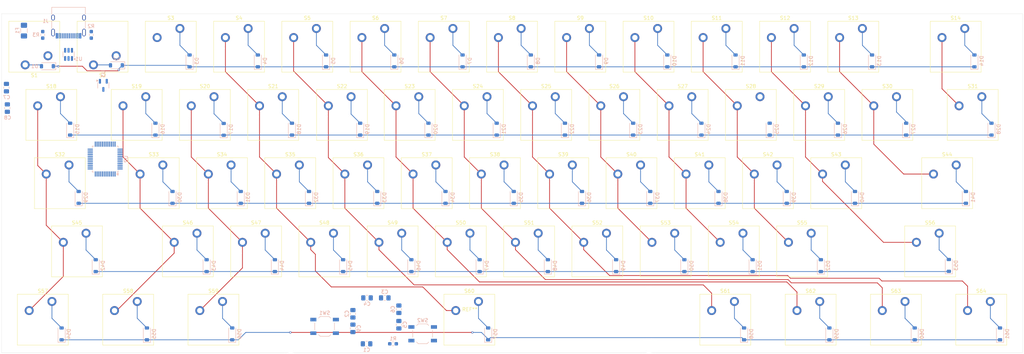
<source format=kicad_pcb>
(kicad_pcb (version 20240108) (generator "pcbnew") (generator_version "8.0")
  (layers (0 "F.Cu" signal) (31 "B.Cu" signal) (34 "B.Paste" user) (35 "F.Paste" user) (36 "B.SilkS" user "B.Silkscreen") (37 "F.SilkS" user "F.Silkscreen") (38 "B.Mask" user) (39 "F.Mask" user) (44 "Edge.Cuts" user))
  (net 0 "")
  (net 1 "+3.3V")
  (net 2 "GND")
  (net 3 "+5V")
  (net 4 "/NRST")
  (net 5 "A0")
  (net 6 "Net-(D1-A)")
  (net 7 "Net-(D2-A)")
  (net 8 "Net-(D3-A)")
  (net 9 "Net-(D4-A)")
  (net 10 "Net-(D5-A)")
  (net 11 "Net-(D6-A)")
  (net 12 "Net-(D7-A)")
  (net 13 "Net-(D8-A)")
  (net 14 "Net-(D9-A)")
  (net 15 "Net-(D10-A)")
  (net 16 "Net-(D11-A)")
  (net 17 "Net-(D12-A)")
  (net 18 "Net-(D13-A)")
  (net 19 "Net-(D14-A)")
  (net 20 "A1")
  (net 21 "Net-(D15-A)")
  (net 22 "Net-(D16-A)")
  (net 23 "Net-(D17-A)")
  (net 24 "Net-(D18-A)")
  (net 25 "Net-(D19-A)")
  (net 26 "Net-(D20-A)")
  (net 27 "Net-(D21-A)")
  (net 28 "Net-(D22-A)")
  (net 29 "Net-(D23-A)")
  (net 30 "Net-(D24-A)")
  (net 31 "Net-(D25-A)")
  (net 32 "Net-(D26-A)")
  (net 33 "Net-(D27-A)")
  (net 34 "Net-(D28-A)")
  (net 35 "A2")
  (net 36 "Net-(D29-A)")
  (net 37 "Net-(D30-A)")
  (net 38 "Net-(D31-A)")
  (net 39 "Net-(D32-A)")
  (net 40 "Net-(D33-A)")
  (net 41 "Net-(D34-A)")
  (net 42 "Net-(D35-A)")
  (net 43 "Net-(D36-A)")
  (net 44 "Net-(D37-A)")
  (net 45 "Net-(D38-A)")
  (net 46 "Net-(D39-A)")
  (net 47 "Net-(D40-A)")
  (net 48 "Net-(D41-A)")
  (net 49 "Net-(D42-A)")
  (net 50 "A3")
  (net 51 "Net-(D43-A)")
  (net 52 "Net-(D44-A)")
  (net 53 "Net-(D45-A)")
  (net 54 "Net-(D46-A)")
  (net 55 "Net-(D47-A)")
  (net 56 "Net-(D48-A)")
  (net 57 "Net-(D49-A)")
  (net 58 "Net-(D50-A)")
  (net 59 "Net-(D51-A)")
  (net 60 "Net-(D52-A)")
  (net 61 "Net-(D53-A)")
  (net 62 "A4")
  (net 63 "Net-(D54-A)")
  (net 64 "Net-(D55-A)")
  (net 65 "Net-(D56-A)")
  (net 66 "Net-(D57-A)")
  (net 67 "Net-(D58-A)")
  (net 68 "Net-(D59-A)")
  (net 69 "Net-(D60-A)")
  (net 70 "Net-(D61-A)")
  (net 71 "VBUS")
  (net 72 "Net-(J1-CC2)")
  (net 73 "D-")
  (net 74 "D+")
  (net 75 "Net-(J1-CC1)")
  (net 76 "BOOT0")
  (net 77 "B0")
  (net 78 "B1")
  (net 79 "B2")
  (net 80 "B3")
  (net 81 "B4")
  (net 82 "B5")
  (net 83 "B6")
  (net 84 "B7")
  (net 85 "B8")
  (net 86 "B9")
  (net 87 "B10")
  (net 88 "B11")
  (net 89 "B12")
  (net 90 "B13")
  (footprint "ScottoKeebs_MX:MX_PCB_2.00u" (layer "F.Cu") (at 332.89875 83.058)
    (property "Reference" "S14")
    (property "Value" "backspace")
  )
  (footprint "ScottoKeebs_MX:MX_PCB_1.00u" (layer "F.Cu") (at 280.51125 121.158)
    (property "Reference" "S42")
    (property "Value" ";")
  )
  (footprint "ScottoKeebs_MX:MX_PCB_1.00u" (layer "F.Cu") (at 175.73625 140.208)
    (property "Reference" "S49")
    (property "Value" "v")
  )
  (footprint "ScottoKeebs_MX:MX_PCB_1.00u" (layer "F.Cu") (at 166.21125 121.158)
    (property "Reference" "S36")
    (property "Value" "f")
  )
  (footprint "ScottoKeebs_MX:MX_PCB_1.00u" (layer "F.Cu") (at 228.12375 83.058)
    (property "Reference" "S9")
    (property "Value" "8")
  )
  (footprint "ScottoKeebs_MX:MX_PCB_1.00u" (layer "F.Cu") (at 299.56125 121.158)
    (property "Reference" "S43")
    (property "Value" "\"")
  )
  (footprint "ScottoKeebs_MX:MX_PCB_1.00u" (layer "F.Cu") (at 109.06125 121.158)
    (property "Reference" "S33")
    (property "Value" "a")
  )
  (footprint "ScottoKeebs_MX:MX_PCB_1.00u" (layer "F.Cu") (at 180.49875 102.108)
    (property "Reference" "S23")
    (property "Value" "t")
  )
  (footprint "ScottoKeebs_MX:MX_PCB_1.50u" (layer "F.Cu") (at 337.66125 102.108)
    (property "Reference" "S31")
    (property "Value" "\\")
  )
  (footprint "ScottoKeebs_MX:MX_PCB_1.00u" (layer "F.Cu") (at 142.39875 102.108)
    (property "Reference" "S21")
    (property "Value" "e")
  )
  (footprint "ScottoKeebs_MX:MX_PCB_2.25u" (layer "F.Cu") (at 87.63 140.208)
    (property "Reference" "S45")
    (property "Value" "Lshift")
  )
  (footprint "ScottoKeebs_MX:MX_PCB_1.00u" (layer "F.Cu") (at 123.34875 102.108)
    (property "Reference" "S20")
    (property "Value" "w")
  )
  (footprint "ScottoKeebs_MX:MX_PCB_1.00u" (layer "F.Cu") (at 194.78625 140.208)
    (property "Reference" "S50")
    (property "Value" "b")
  )
  (footprint "ScottoKeebs_MX:MX_PCB_1.25u" (layer "F.Cu") (at 340.0425 159.258)
    (property "Reference" "S64")
    (property "Value" "Rctrl")
  )
  (footprint "ScottoKeebs_MX:MX_PCB_6.25u" (layer "F.Cu") (at 197.1675 159.258)
    (property "Reference" "S60")
    (property "Value" "space")
  )
  (footprint "ScottoKeebs_MX:MX_PCB_1.00u" (layer "F.Cu") (at 232.88625 140.208)
    (property "Reference" "S52")
    (property "Value" "m")
  )
  (footprint "ScottoKeebs_MX:MX_PCB_1.00u" (layer "F.Cu") (at 294.79875 102.108)
    (property "Reference" "S29")
    (property "Value" "{")
  )
  (footprint "ScottoKeebs_MX:MX_PCB_1.25u" (layer "F.Cu") (at 78.105 159.258)
    (property "Reference" "S57")
    (property "Value" "Lctrl")
  )
  (footprint "ScottoKeebs_MX:MX_PCB_1.00u" (layer "F.Cu") (at 218.59875 102.108)
    (property "Reference" "S25")
    (property "Value" "u")
  )
  (footprint "ScottoKeebs_MX:MX_PCB_1.00u" (layer "F.Cu") (at 304.32375 83.058)
    (property "Reference" "S13")
    (property "Value" "=")
  )
  (footprint "ScottoKeebs_MX:MX_PCB_1.00u" (layer "F.Cu") (at 199.54875 102.108)
    (property "Reference" "S24")
    (property "Value" "y")
  )
  (footprint "ScottoKeebs_MX:MX_PCB_1.00u" (layer "F.Cu") (at 137.63625 140.208)
    (property "Reference" "S47")
    (property "Value" "x")
  )
  (footprint "ScottoKeebs_MX:MX_PCB_1.00u" (layer "F.Cu") (at 132.87375 83.058)
    (property "Reference" "S4")
    (property "Value" "3")
  )
  (footprint "ScottoKeebs_MX:MX_PCB_1.00u" (layer "F.Cu") (at 75.72375 83.058 180)
    (property "Reference" "S1")
    (property "Value" "Esc")
  )
  (footprint "ScottoKeebs_MX:MX_PCB_1.00u" (layer "F.Cu") (at 185.26125 121.158)
    (property "Reference" "S37")
    (property "Value" "g")
  )
  (footprint "ScottoKeebs_Scotto:Standoff_M2x6mm" (layer "F.Cu") (at 91.75 101.73)
    (property "Reference" "REF**" (hide yes))
    (property "Value" "Standoff_M2x6mm" (hide yes))
  )
  (footprint "ScottoKeebs_MX:MX_PCB_1.25u" (layer "F.Cu") (at 101.9175 159.258)
    (property "Reference" "S58")
    (property "Value" "Lsuper")
  )
  (footprint "ScottoKeebs_MX:MX_PCB_1.00u" (layer "F.Cu") (at 156.68625 140.208)
    (property "Reference" "S48")
    (property "Value" "c")
  )
  (footprint "ScottoKeebs_MX:MX_PCB_1.00u" (layer "F.Cu") (at 313.84875 102.108)
    (property "Reference" "S30")
    (property "Value" "}")
  )
  (footprint "ScottoKeebs_Stabilizer:Stabilizer_MX_6.25u" (layer "F.Cu") (at 197.2945 158.399)
    (property "Reference" "REF**")
    (property "Value" "Stabilizer_MX_6.25u")
  )
  (footprint "ScottoKeebs_MX:MX_PCB_1.00u" (layer "F.Cu") (at 275.74875 102.108)
    (property "Reference" "S28")
    (property "Value" "p")
  )
  (footprint "ScottoKeebs_MX:MX_PCB_1.00u" (layer "F.Cu") (at 237.64875 102.108)
    (property "Reference" "S26")
    (property "Value" "i")
  )
  (footprint "ScottoKeebs_MX:MX_PCB_1.25u" (layer "F.Cu") (at 125.73 159.258)
    (property "Reference" "S59")
    (property "Value" "Lalt")
  )
  (footprint "ScottoKeebs_MX:MX_PCB_1.00u" (layer "F.Cu") (at 223.36125 121.158)
    (property "Reference" "S39")
    (property "Value" "j")
  )
  (footprint "ScottoKeebs_MX:MX_PCB_1.00u" (layer "F.Cu") (at 209.07375 83.058)
    (property "Reference" "S8")
    (property "Value" "7")
  )
  (footprint "ScottoKeebs_MX:MX_PCB_1.00u" (layer "F.Cu") (at 104.29875 102.108)
    (property "Reference" "S19")
    (property "Value" "q")
  )
  (footprint "ScottoKeebs_MX:MX_PCB_1.00u" (layer "F.Cu") (at 113.82375 83.058)
    (property "Reference" "S3")
    (property "Value" "2")
  )
  (footprint "ScottoKeebs_MX:MX_PCB_1.00u" (layer "F.Cu") (at 204.31125 121.158)
    (property "Reference" "S38")
    (property "Value" "h")
  )
  (footprint "ScottoKeebs_MX:MX_PCB_1.00u" (layer "F.Cu") (at 261.46125 121.158)
    (property "Reference" "S41")
    (property "Value" "l")
  )
  (footprint "ScottoKeebs_MX:MX_PCB_1.00u" (layer "F.Cu") (at 247.17375 83.058)
    (property "Reference" "S10")
    (property "Value" "9")
  )
  (footprint "ScottoKeebs_MX:MX_PCB_1.25u" (layer "F.Cu") (at 292.4175 159.258)
    (property "Reference" "S62")
    (property "Value" "Rsuper")
  )
  (footprint "ScottoKeebs_MX:MX_PCB_1.00u" (layer "F.Cu") (at 151.92375 83.058)
    (property "Reference" "S5")
    (property "Value" "4")
  )
  (footprint "ScottoKeebs_MX:MX_PCB_1.00u" (layer "F.Cu") (at 285.27375 83.058)
    (property "Reference" "S12")
    (property "Value" "-")
  )
  (footprint "ScottoKeebs_MX:MX_PCB_1.00u" (layer "F.Cu") (at 251.93625 140.208)
    (property "Reference" "S53")
    (property "Value" ",")
  )
  (footprint "ScottoKeebs_MX:MX_PCB_1.00u" (layer "F.Cu") (at 270.98625 140.208)
    (property "Reference" "S54")
    (property "Value" ".")
  )
  (footprint "ScottoKeebs_MX:MX_PCB_1.25u" (layer "F.Cu") (at 316.23 159.258)
    (property "Reference" "S63")
    (property "Value" "Fn")
  )
  (footprint "ScottoKeebs_MX:MX_PCB_1.00u" (layer "F.Cu") (at 161.6075 102.108)
    (property "Reference" "S22")
    (property "Value" "r")
  )
  (footprint "ScottoKeebs_MX:MX_PCB_1.00u" (layer "F.Cu") (at 266.22375 83.058)
    (property "Reference" "S11")
    (property "Value" "0")
  )
  (footprint "ScottoKeebs_MX:MX_PCB_1.50u" (layer "F.Cu") (at 80.48625 102.108)
    (property "Reference" "S18")
    (property "Value" "tab")
  )
  (footprint "ScottoKeebs_MX:MX_PCB_1.75u" (layer "F.Cu") (at 82.8675 121.158)
    (property "Reference" "S32")
    (property "Value" "caps")
  )
  (footprint "ScottoKeebs_MX:MX_PCB_1.00u" (layer "F.Cu") (at 213.83625 140.208)
    (property "Reference" "S51")
    (property "Value" "n")
  )
  (footprint "ScottoKeebs_MX:MX_PCB_2.75u" (layer "F.Cu") (at 325.755 140.208)
    (property "Reference" "S56")
    (property "Value" "Rshift")
  )
  (footprint "ScottoKeebs_MX:MX_PCB_1.25u" (layer "F.Cu") (at 268.605 159.258)
    (property "Reference" "S61")
    (property "Value" "Ralt")
  )
  (footprint "ScottoKeebs_MX:MX_PCB_1.00u" (layer "F.Cu") (at 118.58625 140.208)
    (property "Reference" "S46")
    (property "Value" "z")
  )
  (footprint "ScottoKeebs_MX:MX_PCB_1.00u" (layer "F.Cu") (at 290.03625 140.208)
    (property "Reference" "S55")
    (property "Value" "/")
  )
  (footprint "ScottoKeebs_MX:MX_PCB_1.00u" (layer "F.Cu") (at 242.41125 121.158)
    (property "Reference" "S40")
    (property "Value" "k")
  )
  (footprint "ScottoKeebs_MX:MX_PCB_1.00u" (layer "F.Cu") (at 147.16125 121.158)
    (property "Reference" "S35")
    (property "Value" "d")
  )
  (footprint "ScottoKeebs_MX:MX_PCB_1.00u" (layer "F.Cu") (at 170.97375 83.058)
    (property "Reference" "S6")
    (property "Value" "5")
  )
  (footprint "ScottoKeebs_MX:MX_PCB_1.00u" (layer "F.Cu") (at 256.69875 102.108)
    (property "Reference" "S27")
    (property "Value" "o")
  )
  (footprint "ScottoKeebs_MX:MX_PCB_2.25u" (layer "F.Cu") (at 330.5175 121.158)
    (property "Reference" "S44")
    (property "Value" "enter")
  )
  (footprint "ScottoKeebs_MX:MX_PCB_1.00u" (layer "F.Cu") (at 190.02375 83.058)
    (property "Reference" "S7")
    (property "Value" "6")
  )
  (footprint "ScottoKeebs_MX:MX_PCB_1.00u" (layer "F.Cu") (at 94.77375 83.058 180)
    (property "Reference" "S2")
    (property "Value" "1")
  )
  (footprint "ScottoKeebs_MX:MX_PCB_1.00u" (layer "F.Cu") (at 128.11125 121.158)
    (property "Reference" "S34")
    (property "Value" "s")
  )
  (footprint "Resistor_SMD:R_0603_1608Metric_Pad0.98x0.95mm_HandSolder" (layer "B.Cu") (at 78.075 79.756 -90)
    (property "Reference" "R3")
    (property "Value" "5k1")
  )
  (footprint "Diode_SMD:D_SOD-123" (layer "B.Cu") (at 319.0875 106.07675 90)
    (property "Reference" "D27")
    (property "Value" "Diode")
  )
  (footprint "Capacitor_SMD:C_0805_2012Metric_Pad1.18x1.45mm_HandSolder" (layer "B.Cu") (at 177.4825 156.347 -90)
    (property "Reference" "C6")
    (property "Value" "10u")
  )
  (footprint "Diode_SMD:D_SOD-123" (layer "B.Cu") (at 285.75 125.12675 90)
    (property "Reference" "D39")
    (property "Value" "Diode")
  )
  (footprint "Diode_SMD:D_SOD-123" (layer "B.Cu") (at 261.9375 106.07675 90)
    (property "Reference" "D24")
    (property "Value" "Diode")
  )
  (footprint "Diode_SMD:D_SOD-123" (layer "B.Cu") (at 233.3625 87.02675 90)
    (property "Reference" "D9")
    (property "Value" "Diode")
  )
  (footprint "Diode_SMD:D_SOD-123" (layer "B.Cu") (at 297.65625 163.22675 90)
    (property "Reference" "D59")
    (property "Value" "Diode")
  )
  (footprint "Diode_SMD:D_SOD-123" (layer "B.Cu") (at 92.86875 144.17675 90)
    (property "Reference" "D42")
    (property "Value" "Diode")
  )
  (footprint "Diode_SMD:D_SOD-123" (layer "B.Cu") (at 200.025 144.17675 90)
    (property "Reference" "D47")
    (property "Value" "Diode")
  )
  (footprint "Diode_SMD:D_SOD-123" (layer "B.Cu") (at 280.9875 106.07675 90)
    (property "Reference" "D25")
    (property "Value" "Diode")
  )
  (footprint "Diode_SMD:D_SOD-123" (layer "B.Cu") (at 161.925 144.17675 90)
    (property "Reference" "D45")
    (property "Value" "Diode")
  )
  (footprint "Diode_SMD:D_SOD-123" (layer "B.Cu") (at 176.2125 87.02675 90)
    (property "Reference" "D6")
    (property "Value" "Diode")
  )
  (footprint "Diode_SMD:D_SOD-123" (layer "B.Cu") (at 223.8375 106.07675 90)
    (property "Reference" "D22")
    (property "Value" "Diode")
  )
  (footprint "Diode_SMD:D_SOD-123" (layer "B.Cu") (at 202.40625 163.22675 90)
    (property "Reference" "D57")
    (property "Value" "Diode")
  )
  (footprint "Capacitor_SMD:C_0805_2012Metric_Pad1.18x1.45mm_HandSolder" (layer "B.Cu") (at 168.5925 153.172)
    (property "Reference" "C4")
    (property "Value" "100n")
  )
  (footprint "Diode_SMD:D_SOD-123" (layer "B.Cu") (at 204.7875 106.07675 90)
    (property "Reference" "D21")
    (property "Value" "Diode")
  )
  (footprint "Diode_SMD:D_SOD-123" (layer "B.Cu") (at 242.8875 106.07675 90)
    (property "Reference" "D23")
    (property "Value" "Diode")
  )
  (footprint "Resistor_SMD:R_0603_1608Metric_Pad0.98x0.95mm_HandSolder" (layer "B.Cu") (at 91.6305 79.756 -90)
    (property "Reference" "R2")
    (property "Value" "5k1")
  )
  (footprint "Diode_SMD:D_SOD-123" (layer "B.Cu") (at 152.4 125.12675 90)
    (property "Reference" "D32")
    (property "Value" "Diode")
  )
  (footprint "Diode_SMD:D_SOD-123" (layer "B.Cu") (at 214.3125 87.02675 90)
    (property "Reference" "D8")
    (property "Value" "Diode")
  )
  (footprint "Diode_SMD:D_SOD-123" (layer "B.Cu") (at 88.10625 125.12675 90)
    (property "Reference" "D29")
    (property "Value" "Diode")
  )
  (footprint "Diode_SMD:D_SOD-123" (layer "B.Cu") (at 133.35 125.12675 90)
    (property "Reference" "D31")
    (property "Value" "Diode")
  )
  (footprint "Package_QFP:LQFP-48_7x7mm_P0.5mm" (layer "B.Cu") (at 95.504 114.427 90)
    (property "Reference" "U2")
    (property "Value" "STM32F072CBTx")
  )
  (footprint "Capacitor_SMD:C_0805_2012Metric_Pad1.18x1.45mm_HandSolder" (layer "B.Cu") (at 67.945 94.488 -90)
    (property "Reference" "C7")
    (property "Value" "1u")
  )
  (footprint "Diode_SMD:D_SOD-123" (layer "B.Cu") (at 321.46875 163.22675 90)
    (property "Reference" "D60")
    (property "Value" "Diode")
  )
  (footprint "Diode_SMD:D_SOD-123" (layer "B.Cu") (at 309.5625 87.02675 90)
    (property "Reference" "D13")
    (property "Value" "Diode")
  )
  (footprint "Package_TO_SOT_SMD:SOT-23-3" (layer "B.Cu") (at 94.996 93.853 -90)
    (property "Reference" "U3")
    (property "Value" "XC6206PxxxMR")
  )
  (footprint "Diode_SMD:D_SOD-123" (layer "B.Cu") (at 171.45 125.12675 90)
    (property "Reference" "D33")
    (property "Value" "Diode")
  )
  (footprint "Diode_SMD:D_SOD-123" (layer "B.Cu") (at 342.9 106.07675 90)
    (property "Reference" "D28")
    (property "Value" "Diode")
  )
  (footprint "Diode_SMD:D_SOD-123" (layer "B.Cu") (at 195.2625 87.02675 90)
    (property "Reference" "D7")
    (property "Value" "Diode")
  )
  (footprint "Diode_SMD:D_SOD-123" (layer "B.Cu") (at 130.96875 163.22675 90)
    (property "Reference" "D56")
    (property "Value" "Diode")
  )
  (footprint "Diode_SMD:D_SOD-123" (layer "B.Cu") (at 98.6375 88.265 180)
    (property "Reference" "D2")
    (property "Value" "Diode")
  )
  (footprint "Diode_SMD:D_SOD-123" (layer "B.Cu") (at 276.225 144.17675 90)
    (property "Reference" "D51")
    (property "Value" "Diode")
  )
  (footprint "Connector_USB:USB_C_Receptacle_HRO_TYPE-C-31-M-12" (layer "B.Cu") (at 85.2825 75.98)
    (property "Reference" "J1")
    (property "Value" "USB_C_Receptacle_USB2.0_14P")
  )
  (footprint "Diode_SMD:D_SOD-123" (layer "B.Cu") (at 109.5375 106.07675 90)
    (property "Reference" "D16")
    (property "Value" "Diode")
  )
  (footprint "Diode_SMD:D_SOD-123" (layer "B.Cu") (at 345.28125 163.22675 90)
    (property "Reference" "D61")
    (property "Value" "Diode")
  )
  (footprint "Diode_SMD:D_SOD-123" (layer "B.Cu") (at 157.1625 87.02675 90)
    (property "Reference" "D5")
    (property "Value" "Diode")
  )
  (footprint "Button_Switch_SMD:SW_SPST_TL3342" (layer "B.Cu") (at 184.125 163.2 180)
    (property "Reference" "SW2")
    (property "Value" "SW_Push")
  )
  (footprint "Diode_SMD:D_SOD-123" (layer "B.Cu") (at 79.376 88.519 180)
    (property "Reference" "D1")
    (property "Value" "Diode")
  )
  (footprint "Diode_SMD:D_SOD-123" (layer "B.Cu") (at 304.8 125.12675 90)
    (property "Reference" "D40")
    (property "Value" "Diode")
  )
  (footprint "Diode_SMD:D_SOD-123" (layer "B.Cu") (at 83.34375 163.22675 90)
    (property "Reference" "D54")
    (property "Value" "Diode")
  )
  (footprint "Button_Switch_SMD:SW_SPST_TL3342" (layer "B.Cu") (at 156.7565 161.13125 180)
    (property "Reference" "SW1")
    (property "Value" "SW_Push")
  )
  (footprint "Package_TO_SOT_SMD:SOT-23-6" (layer "B.Cu") (at 85.283 85.2115 90)
    (property "Reference" "U1")
    (property "Value" "USBLC6-2SC6")
  )
  (footprint "Diode_SMD:D_SOD-123" (layer "B.Cu") (at 335.75625 125.12675 90)
    (property "Reference" "D41")
    (property "Value" "Diode")
  )
  (footprint "Diode_SMD:D_SOD-123" (layer "B.Cu") (at 114.3 125.12675 90)
    (property "Reference" "D30")
    (property "Value" "Diode")
  )
  (footprint "Diode_SMD:D_SOD-123" (layer "B.Cu") (at 300.0375 106.07675 90)
    (property "Reference" "D26")
    (property "Value" "Diode")
  )
  (footprint "Diode_SMD:D_SOD-123" (layer "B.Cu") (at 147.6375 106.07675 90)
    (property "Reference" "D18")
    (property "Value" "Diode")
  )
  (footprint "Fuse:Fuse_1206_3216Metric_Pad1.42x1.75mm_HandSolder" (layer "B.Cu") (at 72.8345 78.5765 -90)
    (property "Reference" "F1")
    (property "Value" "500mA")
  )
  (footprint "Capacitor_SMD:C_0805_2012Metric_Pad1.18x1.45mm_HandSolder" (layer "B.Cu") (at 68.199 100.203 -90)
    (property "Reference" "C8")
    (property "Value" "1u")
  )
  (footprint "Diode_SMD:D_SOD-123" (layer "B.Cu") (at 257.175 144.17675 90)
    (property "Reference" "D50")
    (property "Value" "Diode")
  )
  (footprint "Diode_SMD:D_SOD-123" (layer "B.Cu") (at 119.0625 87.02675 90)
    (property "Reference" "D3")
    (property "Value" "Diode")
  )
  (footprint "Diode_SMD:D_SOD-123" (layer "B.Cu") (at 238.125 144.17675 90)
    (property "Reference" "D49")
    (property "Value" "Diode")
  )
  (footprint "Diode_SMD:D_SOD-123" (layer "B.Cu") (at 247.65 125.12675 90)
    (property "Reference" "D37")
    (property "Value" "Diode")
  )
  (footprint "Diode_SMD:D_SOD-123" (layer "B.Cu") (at 190.5 125.12675 90)
    (property "Reference" "D34")
    (property "Value" "Diode")
  )
  (footprint "Diode_SMD:D_SOD-123" (layer "B.Cu") (at 128.5875 106.13925 90)
    (property "Reference" "D17")
    (property "Value" "Diode")
  )
  (footprint "Diode_SMD:D_SOD-123" (layer "B.Cu") (at 252.4125 87.02675 90)
    (property "Reference" "D10")
    (property "Value" "Diode")
  )
  (footprint "Diode_SMD:D_SOD-123" (layer "B.Cu") (at 185.7375 106.07675 90)
    (property "Reference" "D20")
    (property "Value" "Diode")
  )
  (footprint "Diode_SMD:D_SOD-123" (layer "B.Cu") (at 271.4625 87.02675 90)
    (property "Reference" "D11")
    (property "Value" "Diode")
  )
  (footprint "Diode_SMD:D_SOD-123" (layer "B.Cu") (at 228.6 125.12675 90)
    (property "Reference" "D36")
    (property "Value" "Diode")
  )
  (footprint "Diode_SMD:D_SOD-123" (layer "B.Cu") (at 166.6875 106.07675 90)
    (property "Reference" "D19")
    (property "Value" "Diode")
  )
  (footprint "Diode_SMD:D_SOD-123" (layer "B.Cu") (at 180.975 144.17675 90)
    (property "Reference" "D46")
    (property "Value" "Diode")
  )
  (footprint "Resistor_SMD:R_0603_1608Metric_Pad0.98x0.95mm_HandSolder" (layer "B.Cu") (at 175.855 165.989 180)
    (property "Reference" "R1")
    (property "Value" "10k")
  )
  (footprint "Capacitor_SMD:C_0805_2012Metric_Pad1.18x1.45mm_HandSolder" (layer "B.Cu") (at 168.4655 165.999)
    (property "Reference" "C1")
    (property "Value" "100n")
  )
  (footprint "Diode_SMD:D_SOD-123" (layer "B.Cu") (at 338.1375 87.02675 90)
    (property "Reference" "D14")
    (property "Value" "Diode")
  )
  (footprint "Diode_SMD:D_SOD-123" (layer "B.Cu") (at 107.15625 163.22675 90)
    (property "Reference" "D55")
    (property "Value" "Diode")
  )
  (footprint "Diode_SMD:D_SOD-123" (layer "B.Cu") (at 85.725 106.07675 90)
    (property "Reference" "D15")
    (property "Value" "Diode")
  )
  (footprint "Diode_SMD:D_SOD-123" (layer "B.Cu") (at 142.875 144.17675 90)
    (property "Reference" "D44")
    (property "Value" "Diode")
  )
  (footprint "Diode_SMD:D_SOD-123" (layer "B.Cu") (at 209.55 125.12675 90)
    (property "Reference" "D35")
    (property "Value" "Diode")
  )
  (footprint "Diode_SMD:D_SOD-123" (layer "B.Cu") (at 273.84375 163.22675 90)
    (property "Reference" "D58")
    (property "Value" "Diode")
  )
  (footprint "Capacitor_SMD:C_0805_2012Metric_Pad1.18x1.45mm_HandSolder" (layer "B.Cu") (at 164.6555 161.681 90)
    (property "Reference" "C9")
    (property "Value" "100n")
  )
  (footprint "Capacitor_SMD:C_0805_2012Metric_Pad1.18x1.45mm_HandSolder" (layer "B.Cu") (at 164.6555 157.617 -90)
    (property "Reference" "C2")
    (property "Value" "100n")
  )
  (footprint "Diode_SMD:D_SOD-123" (layer "B.Cu") (at 290.5125 87.02675 90)
    (property "Reference" "D12")
    (property "Value" "Diode")
  )
  (footprint "Diode_SMD:D_SOD-123" (layer "B.Cu") (at 123.825 144.17675 90)
    (property "Reference" "D43")
    (property "Value" "Diode")
  )
  (footprint "Diode_SMD:D_SOD-123" (layer "B.Cu") (at 295.275 144.17675 90)
    (property "Reference" "D52")
    (property "Value" "Diode")
  )
  (footprint "Diode_SMD:D_SOD-123" (layer "B.Cu") (at 330.99375 144.11425 90)
    (property "Reference" "D53")
    (property "Value" "Diode")
  )
  (footprint "Diode_SMD:D_SOD-123" (layer "B.Cu") (at 138.1125 87.02675 90)
    (property "Reference" "D4")
    (property "Value" "Diode")
  )
  (footprint "Capacitor_SMD:C_0805_2012Metric_Pad1.18x1.45mm_HandSolder" (layer "B.Cu") (at 177.4825 160.665 90)
    (property "Reference" "C5")
    (property "Value" "100n")
  )
  (footprint "Diode_SMD:D_SOD-123" (layer "B.Cu") (at 266.7 125.12675 90)
    (property "Reference" "D38")
    (property "Value" "Diode")
  )
  (footprint "Capacitor_SMD:C_0805_2012Metric_Pad1.18x1.45mm_HandSolder" (layer "B.Cu") (at 173.5455 153.172 180)
    (property "Reference" "C3")
    (property "Value" "100n")
  )
  (footprint "Diode_SMD:D_SOD-123" (layer "B.Cu") (at 219.075 144.17675 90)
    (property "Reference" "D48")
    (property "Value" "Diode")
  )
  (gr_line (start 351.575 73.85) (end 351.575 168.45) (stroke (width 0.05)) (layer "Edge.Cuts"))
  (gr_line (start 66.575 168.45) (end 351.575 168.45) (stroke (width 0.05)) (layer "Edge.Cuts"))
  (gr_line (start 66.575 73.85) (end 351.575 73.85) (stroke (width 0.05)) (layer "Edge.Cuts"))
  (gr_line (start 66.575 168.45) (end 66.575 73.85) (stroke (width 0.05)) (layer "Edge.Cuts"))
  (segment (start 99.06 89.789) (end 99.314 89.535) (width 0.2) (layer "F.Cu") (net 5))
  (segment (start 89.154 88.519) (end 90.424 89.789) (width 0.2) (layer "F.Cu") (net 5))
  (segment (start 82.423 88.519) (end 89.154 88.519) (width 0.2) (layer "F.Cu") (net 5))
  (segment (start 90.424 89.789) (end 99.06 89.789) (width 0.2) (layer "F.Cu") (net 5))
  (via (at 82.423 88.519) (size 0.6) (drill 0.3) (layers "F.Cu" "B.Cu") (net 5))
  (via (at 99.314 89.535) (size 0.6) (drill 0.3) (layers "F.Cu" "B.Cu") (net 5))
  (segment (start 81.026 88.519) (end 82.423 88.519) (width 0.2) (layer "B.Cu") (net 5))
  (segment (start 271.4625 88.67675) (end 290.5125 88.67675) (width 0.2) (layer "B.Cu") (net 5))
  (segment (start 290.5125 88.67675) (end 309.5625 88.67675) (width 0.2) (layer "B.Cu") (net 5))
  (segment (start 100.2875 88.265) (end 118.65075 88.265) (width 0.2) (layer "B.Cu") (net 5))
  (segment (start 99.314 89.2385) (end 100.2875 88.265) (width 0.2) (layer "B.Cu") (net 5))
  (segment (start 138.1125 88.67675) (end 157.1625 88.67675) (width 0.2) (layer "B.Cu") (net 5))
  (segment (start 118.65075 88.265) (end 119.0625 88.67675) (width 0.2) (layer "B.Cu") (net 5))
  (segment (start 119.0625 88.67675) (end 138.1125 88.67675) (width 0.2) (layer "B.Cu") (net 5))
  (segment (start 157.1625 88.67675) (end 176.2125 88.67675) (width 0.2) (layer "B.Cu") (net 5))
  (segment (start 214.3125 88.67675) (end 233.3625 88.67675) (width 0.2) (layer "B.Cu") (net 5))
  (segment (start 233.3625 88.67675) (end 252.4125 88.67675) (width 0.2) (layer "B.Cu") (net 5))
  (segment (start 176.2125 88.67675) (end 195.2625 88.67675) (width 0.2) (layer "B.Cu") (net 5))
  (segment (start 252.4125 88.67675) (end 271.4625 88.67675) (width 0.2) (layer "B.Cu") (net 5))
  (segment (start 309.5625 88.67675) (end 338.1375 88.67675) (width 0.2) (layer "B.Cu") (net 5))
  (segment (start 195.2625 88.67675) (end 214.3125 88.67675) (width 0.2) (layer "B.Cu") (net 5))
  (segment (start 99.314 89.535) (end 99.314 89.2385) (width 0.2) (layer "B.Cu") (net 5))
  (segment (start 73.18375 88.138) (end 77.345 88.138) (width 0.2) (layer "B.Cu") (net 6))
  (segment (start 77.345 88.138) (end 77.726 88.519) (width 0.2) (layer "B.Cu") (net 6))
  (segment (start 96.8605 88.138) (end 96.9875 88.265) (width 0.2) (layer "B.Cu") (net 7))
  (segment (start 92.23375 88.138) (end 96.8605 88.138) (width 0.2) (layer "B.Cu") (net 7))
  (segment (start 116.36375 77.978) (end 116.36375 82.678) (width 0.2) (layer "B.Cu") (net 8))
  (segment (start 116.36375 82.678) (end 119.0625 85.37675) (width 0.2) (layer "B.Cu") (net 8))
  (segment (start 135.41375 82.678) (end 138.1125 85.37675) (width 0.2) (layer "B.Cu") (net 9))
  (segment (start 135.41375 77.978) (end 135.41375 82.678) (width 0.2) (layer "B.Cu") (net 9))
  (segment (start 154.46375 77.978) (end 154.46375 82.678) (width 0.2) (layer "B.Cu") (net 10))
  (segment (start 154.46375 82.678) (end 157.1625 85.37675) (width 0.2) (layer "B.Cu") (net 10))
  (segment (start 173.51375 77.978) (end 173.51375 82.678) (width 0.2) (layer "B.Cu") (net 11))
  (segment (start 173.51375 82.678) (end 176.2125 85.37675) (width 0.2) (layer "B.Cu") (net 11))
  (segment (start 192.56375 82.678) (end 195.2625 85.37675) (width 0.2) (layer "B.Cu") (net 12))
  (segment (start 192.56375 77.978) (end 192.56375 82.678) (width 0.2) (layer "B.Cu") (net 12))
  (segment (start 211.61375 77.978) (end 211.61375 82.678) (width 0.2) (layer "B.Cu") (net 13))
  (segment (start 211.61375 82.678) (end 214.3125 85.37675) (width 0.2) (layer "B.Cu") (net 13))
  (segment (start 230.66375 77.978) (end 230.66375 82.678) (width 0.2) (layer "B.Cu") (net 14))
  (segment (start 230.66375 82.678) (end 233.3625 85.37675) (width 0.2) (layer "B.Cu") (net 14))
  (segment (start 249.71375 77.978) (end 249.71375 82.678) (width 0.2) (layer "B.Cu") (net 15))
  (segment (start 249.71375 82.678) (end 252.4125 85.37675) (width 0.2) (layer "B.Cu") (net 15))
  (segment (start 268.76375 77.978) (end 268.76375 82.678) (width 0.2) (layer "B.Cu") (net 16))
  (segment (start 268.76375 82.678) (end 271.4625 85.37675) (width 0.2) (layer "B.Cu") (net 16))
  (segment (start 287.81375 82.678) (end 290.5125 85.37675) (width 0.2) (layer "B.Cu") (net 17))
  (segment (start 287.81375 77.978) (end 287.81375 82.678) (width 0.2) (layer "B.Cu") (net 17))
  (segment (start 306.86375 82.678) (end 309.5625 85.37675) (width 0.2) (layer "B.Cu") (net 18))
  (segment (start 306.86375 77.978) (end 306.86375 82.678) (width 0.2) (layer "B.Cu") (net 18))
  (segment (start 335.43875 82.678) (end 338.1375 85.37675) (width 0.2) (layer "B.Cu") (net 19))
  (segment (start 335.43875 77.978) (end 335.43875 82.678) (width 0.2) (layer "B.Cu") (net 19))
  (segment (start 185.7375 107.72675) (end 204.7875 107.72675) (width 0.2) (layer "B.Cu") (net 20))
  (segment (start 242.8875 107.72675) (end 261.9375 107.72675) (width 0.2) (layer "B.Cu") (net 20))
  (segment (start 223.8375 107.72675) (end 242.8875 107.72675) (width 0.2) (layer "B.Cu") (net 20))
  (segment (start 128.525 107.72675) (end 128.5875 107.78925) (width 0.2) (layer "B.Cu") (net 20))
  (segment (start 300.0375 107.72675) (end 319.0875 107.72675) (width 0.2) (layer "B.Cu") (net 20))
  (segment (start 261.9375 107.72675) (end 280.9875 107.72675) (width 0.2) (layer "B.Cu") (net 20))
  (segment (start 166.6875 107.72675) (end 185.7375 107.72675) (width 0.2) (layer "B.Cu") (net 20))
  (segment (start 280.9875 107.72675) (end 300.0375 107.72675) (width 0.2) (layer "B.Cu") (net 20))
  (segment (start 319.0875 107.72675) (end 342.9 107.72675) (width 0.2) (layer "B.Cu") (net 20))
  (segment (start 147.6375 107.72675) (end 166.6875 107.72675) (width 0.2) (layer "B.Cu") (net 20))
  (segment (start 85.725 107.72675) (end 109.5375 107.72675) (width 0.2) (layer "B.Cu") (net 20))
  (segment (start 128.5875 107.78925) (end 128.74425 107.78925) (width 0.2) (layer "B.Cu") (net 20))
  (segment (start 128.80675 107.72675) (end 147.6375 107.72675) (width 0.2) (layer "B.Cu") (net 20))
  (segment (start 204.7875 107.72675) (end 223.8375 107.72675) (width 0.2) (layer "B.Cu") (net 20))
  (segment (start 128.74425 107.78925) (end 128.80675 107.72675) (width 0.2) (layer "B.Cu") (net 20))
  (segment (start 109.5375 107.72675) (end 128.525 107.72675) (width 0.2) (layer "B.Cu") (net 20))
  (segment (start 83.02625 97.028) (end 83.02625 101.728) (width 0.2) (layer "B.Cu") (net 21))
  (segment (start 83.02625 101.728) (end 85.725 104.42675) (width 0.2) (layer "B.Cu") (net 21))
  (segment (start 106.83875 101.728) (end 109.5375 104.42675) (width 0.2) (layer "B.Cu") (net 22))
  (segment (start 106.83875 97.028) (end 106.83875 101.728) (width 0.2) (layer "B.Cu") (net 22))
  (segment (start 125.88875 97.028) (end 125.88875 101.7905) (width 0.2) (layer "B.Cu") (net 23))
  (segment (start 125.88875 101.7905) (end 128.5875 104.48925) (width 0.2) (layer "B.Cu") (net 23))
  (segment (start 144.93875 97.028) (end 144.93875 101.728) (width 0.2) (layer "B.Cu") (net 24))
  (segment (start 144.93875 101.728) (end 147.6375 104.42675) (width 0.2) (layer "B.Cu") (net 24))
  (segment (start 164.1475 101.88675) (end 166.6875 104.42675) (width 0.2) (layer "B.Cu") (net 25))
  (segment (start 164.1475 97.028) (end 164.1475 101.88675) (width 0.2) (layer "B.Cu") (net 25))
  (segment (start 183.03875 97.028) (end 183.03875 101.728) (width 0.2) (layer "B.Cu") (net 26))
  (segment (start 183.03875 101.728) (end 185.7375 104.42675) (width 0.2) (layer "B.Cu") (net 26))
  (segment (start 202.08875 97.028) (end 202.08875 101.728) (width 0.2) (layer "B.Cu") (net 27))
  (segment (start 202.08875 101.728) (end 204.7875 104.42675) (width 0.2) (layer "B.Cu") (net 27))
  (segment (start 221.13875 101.728) (end 223.8375 104.42675) (width 0.2) (layer "B.Cu") (net 28))
  (segment (start 221.13875 97.028) (end 221.13875 101.728) (width 0.2) (layer "B.Cu") (net 28))
  (segment (start 240.18875 101.728) (end 242.8875 104.42675) (width 0.2) (layer "B.Cu") (net 29))
  (segment (start 240.18875 97.028) (end 240.18875 101.728) (width 0.2) (layer "B.Cu") (net 29))
  (segment (start 259.23875 97.028) (end 259.23875 101.728) (width 0.2) (layer "B.Cu") (net 30))
  (segment (start 259.23875 101.728) (end 261.9375 104.42675) (width 0.2) (layer "B.Cu") (net 30))
  (segment (start 297.33875 101.728) (end 300.0375 104.42675) (width 0.2) (layer "B.Cu") (net 32))
  (segment (start 297.33875 97.028) (end 297.33875 101.728) (width 0.2) (layer "B.Cu") (net 32))
  (segment (start 316.38875 97.028) (end 316.38875 101.300412) (width 0.2) (layer "B.Cu") (net 33))
  (segment (start 319.0875 103.999162) (end 319.0875 104.42675) (width 0.2) (layer "B.Cu") (net 33))
  (segment (start 316.38875 101.300412) (end 319.0875 103.999162) (width 0.2) (layer "B.Cu") (net 33))
  (segment (start 340.20125 101.728) (end 342.9 104.42675) (width 0.2) (layer "B.Cu") (net 34))
  (segment (start 340.20125 97.028) (end 340.20125 101.728) (width 0.2) (layer "B.Cu") (net 34))
  (segment (start 247.65 126.77675) (end 266.7 126.77675) (width 0.2) (layer "B.Cu") (net 35))
  (segment (start 171.45 126.77675) (end 190.5 126.77675) (width 0.2) (layer "B.Cu") (net 35))
  (segment (start 266.7 126.77675) (end 285.75 126.77675) (width 0.2) (layer "B.Cu") (net 35))
  (segment (start 285.75 126.77675) (end 304.8 126.77675) (width 0.2) (layer "B.Cu") (net 35))
  (segment (start 304.8 126.77675) (end 335.75625 126.77675) (width 0.2) (layer "B.Cu") (net 35))
  (segment (start 88.10625 126.77675) (end 114.3 126.77675) (width 0.2) (layer "B.Cu") (net 35))
  (segment (start 152.4 126.77675) (end 171.45 126.77675) (width 0.2) (layer "B.Cu") (net 35))
  (segment (start 190.5 126.77675) (end 209.55 126.77675) (width 0.2) (layer "B.Cu") (net 35))
  (segment (start 209.55 126.77675) (end 228.6 126.77675) (width 0.2) (layer "B.Cu") (net 35))
  (segment (start 133.35 126.77675) (end 152.4 126.77675) (width 0.2) (layer "B.Cu") (net 35))
  (segment (start 228.6 126.77675) (end 247.65 126.77675) (width 0.2) (layer "B.Cu") (net 35))
  (segment (start 114.3 126.77675) (end 133.35 126.77675) (width 0.2) (layer "B.Cu") (net 35))
  (segment (start 85.4075 116.078) (end 85.4075 120.778) (width 0.2) (layer "B.Cu") (net 36))
  (segment (start 85.4075 120.778) (end 88.10625 123.47675) (width 0.2) (layer "B.Cu") (net 36))
  (segment (start 111.60125 116.078) (end 111.60125 120.778) (width 0.2) (layer "B.Cu") (net 37))
  (segment (start 111.60125 120.778) (end 114.3 123.47675) (width 0.2) (layer "B.Cu") (net 37))
  (segment (start 130.65125 120.778) (end 133.35 123.47675) (width 0.2) (layer "B.Cu") (net 38))
  (segment (start 130.65125 116.078) (end 130.65125 120.778) (width 0.2) (layer "B.Cu") (net 38))
  (segment (start 149.70125 116.078) (end 149.70125 120.778) (width 0.2) (layer "B.Cu") (net 39))
  (segment (start 149.70125 120.778) (end 152.4 123.47675) (width 0.2) (layer "B.Cu") (net 39))
  (segment (start 168.75125 116.078) (end 168.75125 120.778) (width 0.2) (layer "B.Cu") (net 40))
  (segment (start 168.75125 120.778) (end 171.45 123.47675) (width 0.2) (layer "B.Cu") (net 40))
  (segment (start 187.80125 116.078) (end 187.80125 120.778) (width 0.2) (layer "B.Cu") (net 41))
  (segment (start 187.80125 120.778) (end 190.5 123.47675) (width 0.2) (layer "B.Cu") (net 41))
  (segment (start 206.85125 120.778) (end 209.55 123.47675) (width 0.2) (layer "B.Cu") (net 42))
  (segment (start 206.85125 116.078) (end 206.85125 120.778) (width 0.2) (layer "B.Cu") (net 42))
  (segment (start 225.90125 116.078) (end 225.90125 120.778) (width 0.2) (layer "B.Cu") (net 43))
  (segment (start 225.90125 120.778) (end 228.6 123.47675) (width 0.2) (layer "B.Cu") (net 43))
  (segment (start 244.95125 120.778) (end 247.65 123.47675) (width 0.2) (layer "B.Cu") (net 44))
  (segment (start 244.95125 116.078) (end 244.95125 120.778) (width 0.2) (layer "B.Cu") (net 44))
  (segment (start 264.00125 116.078) (end 264.00125 120.778) (width 0.2) (layer "B.Cu") (net 45))
  (segment (start 264.00125 120.778) (end 266.7 123.47675) (width 0.2) (layer "B.Cu") (net 45))
  (segment (start 283.05125 120.778) (end 285.75 123.47675) (width 0.2) (layer "B.Cu") (net 46))
  (segment (start 283.05125 116.078) (end 283.05125 120.778) (width 0.2) (layer "B.Cu") (net 46))
  (segment (start 302.10125 120.778) (end 304.8 123.47675) (width 0.2) (layer "B.Cu") (net 47))
  (segment (start 302.10125 116.078) (end 302.10125 120.778) (width 0.2) (layer "B.Cu") (net 47))
  (segment (start 333.0575 120.778) (end 335.75625 123.47675) (width 0.2) (layer "B.Cu") (net 48))
  (segment (start 333.0575 116.078) (end 333.0575 120.778) (width 0.2) (layer "B.Cu") (net 48))
  (segment (start 90.17 135.128) (end 90.17 139.828) (width 0.2) (layer "B.Cu") (net 49))
  (segment (start 90.17 139.828) (end 92.86875 142.52675) (width 0.2) (layer "B.Cu") (net 49))
  (segment (start 142.875 145.82675) (end 161.925 145.82675) (width 0.2) (layer "B.Cu") (net 50))
  (segment (start 161.925 145.82675) (end 180.975 145.82675) (width 0.2) (layer "B.Cu") (net 50))
  (segment (start 180.975 145.82675) (end 200.025 145.82675) (width 0.2) (layer "B.Cu") (net 50))
  (segment (start 330.93125 145.82675) (end 330.99375 145.76425) (width 0.2) (layer "B.Cu") (net 50))
  (segment (start 200.025 145.82675) (end 219.075 145.82675) (width 0.2) (layer "B.Cu") (net 50))
  (segment (start 257.175 145.82675) (end 276.225 145.82675) (width 0.2) (layer "B.Cu") (net 50))
  (segment (start 238.125 145.82675) (end 257.175 145.82675) (width 0.2) (layer "B.Cu") (net 50))
  (segment (start 219.075 145.82675) (end 238.125 145.82675) (width 0.2) (layer "B.Cu") (net 50))
  (segment (start 276.225 145.82675) (end 295.275 145.82675) (width 0.2) (layer "B.Cu") (net 50))
  (segment (start 295.275 145.82675) (end 330.93125 145.82675) (width 0.2) (layer "B.Cu") (net 50))
  (segment (start 123.825 145.82675) (end 142.875 145.82675) (width 0.2) (layer "B.Cu") (net 50))
  (segment (start 92.86875 145.82675) (end 123.825 145.82675) (width 0.2) (layer "B.Cu") (net 50))
  (segment (start 121.12625 139.828) (end 123.825 142.52675) (width 0.2) (layer "B.Cu") (net 51))
  (segment (start 121.12625 135.128) (end 121.12625 139.828) (width 0.2) (layer "B.Cu") (net 51))
  (segment (start 140.17625 135.128) (end 140.17625 139.828) (width 0.2) (layer "B.Cu") (net 52))
  (segment (start 140.17625 139.828) (end 142.875 142.52675) (width 0.2) (layer "B.Cu") (net 52))
  (segment (start 159.22625 139.828) (end 161.925 142.52675) (width 0.2) (layer "B.Cu") (net 53))
  (segment (start 159.22625 135.128) (end 159.22625 139.828) (width 0.2) (layer "B.Cu") (net 53))
  (segment (start 178.27625 139.828) (end 180.975 142.52675) (width 0.2) (layer "B.Cu") (net 54))
  (segment (start 178.27625 135.128) (end 178.27625 139.828) (width 0.2) (layer "B.Cu") (net 54))
  (segment (start 197.32625 135.128) (end 197.32625 139.828) (width 0.2) (layer "B.Cu") (net 55))
  (segment (start 197.32625 139.828) (end 200.025 142.52675) (width 0.2) (layer "B.Cu") (net 55))
  (segment (start 216.37625 139.828) (end 219.075 142.52675) (width 0.2) (layer "B.Cu") (net 56))
  (segment (start 216.37625 135.128) (end 216.37625 139.828) (width 0.2) (layer "B.Cu") (net 56))
  (segment (start 235.42625 135.128) (end 235.42625 139.828) (width 0.2) (layer "B.Cu") (net 57))
  (segment (start 235.42625 139.828) (end 238.125 142.52675) (width 0.2) (layer "B.Cu") (net 57))
  (segment (start 254.47625 135.128) (end 254.47625 139.828) (width 0.2) (layer "B.Cu") (net 58))
  (segment (start 254.47625 139.828) (end 257.175 142.52675) (width 0.2) (layer "B.Cu") (net 58))
  (segment (start 273.52625 135.128) (end 273.52625 139.828) (width 0.2) (layer "B.Cu") (net 59))
  (segment (start 273.52625 139.828) (end 276.225 142.52675) (width 0.2) (layer "B.Cu") (net 59))
  (segment (start 292.57625 135.128) (end 292.57625 139.828) (width 0.2) (layer "B.Cu") (net 60))
  (segment (start 292.57625 139.828) (end 295.275 142.52675) (width 0.2) (layer "B.Cu") (net 60))
  (segment (start 328.295 139.7655) (end 330.99375 142.46425) (width 0.2) (layer "B.Cu") (net 61))
  (segment (start 328.295 135.128) (end 328.295 139.7655) (width 0.2) (layer "B.Cu") (net 61))
  (segment (start 147.193 162.814) (end 197.993 162.814) (width 0.2) (layer "F.Cu") (net 62))
  (via (at 147.193 162.814) (size 0.6) (drill 0.3) (layers "F.Cu" "B.Cu") (net 62))
  (via (at 197.993 162.814) (size 0.6) (drill 0.3) (layers "F.Cu" "B.Cu") (net 62))
  (segment (start 107.15625 164.87675) (end 130.96875 164.87675) (width 0.2) (layer "B.Cu") (net 62))
  (segment (start 134.747 162.814) (end 147.193 162.814) (width 0.2) (layer "B.Cu") (net 62))
  (segment (start 132.68425 164.87675) (end 134.747 162.814) (width 0.2) (layer "B.Cu") (net 62))
  (segment (start 130.96875 164.87675) (end 132.68425 164.87675) (width 0.2) (layer "B.Cu") (net 62))
  (segment (start 203.0029 164.2801) (end 273.2471 164.2801) (width 0.2) (layer "B.Cu") (net 62))
  (segment (start 202.40625 164.87675) (end 203.0029 164.2801) (width 0.2) (layer "B.Cu") (net 62))
  (segment (start 197.993 162.814) (end 200.533 162.814) (width 0.2) (layer "B.Cu") (net 62))
  (segment (start 297.65625 164.87675) (end 321.46875 164.87675) (width 0.2) (layer "B.Cu") (net 62))
  (segment (start 321.46875 164.87675) (end 345.28125 164.87675) (width 0.2) (layer "B.Cu") (net 62))
  (segment (start 200.533 162.814) (end 202.40625 164.68725) (width 0.2) (layer "B.Cu") (net 62))
  (segment (start 83.34375 164.87675) (end 107.15625 164.87675) (width 0.2) (layer "B.Cu") (net 62))
  (segment (start 273.84375 164.87675) (end 297.65625 164.87675) (width 0.2) (layer "B.Cu") (net 62))
  (segment (start 202.40625 164.68725) (end 202.40625 164.87675) (width 0.2) (layer "B.Cu") (net 62))
  (segment (start 273.2471 164.2801) (end 273.84375 164.87675) (width 0.2) (layer "B.Cu") (net 62))
  (segment (start 80.645 158.878) (end 83.34375 161.57675) (width 0.2) (layer "B.Cu") (net 63))
  (segment (start 80.645 154.178) (end 80.645 158.878) (width 0.2) (layer "B.Cu") (net 63))
  (segment (start 104.4575 154.178) (end 104.4575 158.878) (width 0.2) (layer "B.Cu") (net 64))
  (segment (start 104.4575 158.878) (end 107.15625 161.57675) (width 0.2) (layer "B.Cu") (net 64))
  (segment (start 128.27 158.878) (end 130.96875 161.57675) (width 0.2) (layer "B.Cu") (net 65))
  (segment (start 128.27 154.178) (end 128.27 158.878) (width 0.2) (layer "B.Cu") (net 65))
  (segment (start 199.7075 154.178) (end 199.7075 158.878) (width 0.2) (layer "B.Cu") (net 66))
  (segment (start 199.7075 158.878) (end 202.40625 161.57675) (width 0.2) (layer "B.Cu") (net 66))
  (segment (start 271.145 154.178) (end 271.145 158.878) (width 0.2) (layer "B.Cu") (net 67))
  (segment (start 271.145 158.878) (end 273.84375 161.57675) (width 0.2) (layer "B.Cu") (net 67))
  (segment (start 294.9575 158.878) (end 297.65625 161.57675) (width 0.2) (layer "B.Cu") (net 68))
  (segment (start 294.9575 154.178) (end 294.9575 158.878) (width 0.2) (layer "B.Cu") (net 68))
  (segment (start 318.77 158.878) (end 321.46875 161.57675) (width 0.2) (layer "B.Cu") (net 69))
  (segment (start 318.77 154.178) (end 318.77 158.878) (width 0.2) (layer "B.Cu") (net 69))
  (segment (start 342.5825 154.178) (end 342.5825 158.878) (width 0.2) (layer "B.Cu") (net 70))
  (segment (start 342.5825 158.878) (end 345.28125 161.57675) (width 0.2) (layer "B.Cu") (net 70))
  (segment (start 83.82 137.668) (end 83.82 147.193) (width 0.2) (layer "F.Cu") (net 77))
  (segment (start 83.82 147.193) (end 74.295 156.718) (width 0.2) (layer "F.Cu") (net 77))
  (segment (start 76.67625 116.23675) (end 79.0575 118.618) (width 0.2) (layer "F.Cu") (net 77))
  (segment (start 79.0575 118.618) (end 79.0575 132.9055) (width 0.2) (layer "F.Cu") (net 77))
  (segment (start 76.67625 99.568) (end 76.67625 116.23675) (width 0.2) (layer "F.Cu") (net 77))
  (segment (start 79.0575 132.9055) (end 83.82 137.668) (width 0.2) (layer "F.Cu") (net 77))
  (segment (start 105.25125 128.143) (end 114.77625 137.668) (width 0.2) (layer "F.Cu") (net 78))
  (segment (start 98.728662 156.718) (end 98.1075 156.718) (width 0.2) (layer "F.Cu") (net 78))
  (segment (start 105.25125 118.618) (end 105.25125 128.143) (width 0.2) (layer "F.Cu") (net 78))
  (segment (start 114.77625 140.670412) (end 98.728662 156.718) (width 0.2) (layer "F.Cu") (net 78))
  (segment (start 100.48875 113.8555) (end 105.25125 118.618) (width 0.2) (layer "F.Cu") (net 78))
  (segment (start 114.77625 137.668) (end 114.77625 140.670412) (width 0.2) (layer "F.Cu") (net 78))
  (segment (start 100.48875 99.568) (end 100.48875 113.8555) (width 0.2) (layer "F.Cu") (net 78))
  (segment (start 124.30125 128.143) (end 133.82625 137.668) (width 0.2) (layer "F.Cu") (net 79))
  (segment (start 119.53875 113.8555) (end 124.30125 118.618) (width 0.2) (layer "F.Cu") (net 79))
  (segment (start 133.82625 144.81175) (end 121.92 156.718) (width 0.2) (layer "F.Cu") (net 79))
  (segment (start 133.82625 137.668) (end 133.82625 144.81175) (width 0.2) (layer "F.Cu") (net 79))
  (segment (start 119.53875 99.568) (end 119.53875 113.8555) (width 0.2) (layer "F.Cu") (net 79))
  (segment (start 124.30125 118.618) (end 124.30125 128.143) (width 0.2) (layer "F.Cu") (net 79))
  (segment (start 190.754 156.718) (end 193.3575 156.718) (width 0.2) (layer "F.Cu") (net 80))
  (segment (start 129.06375 90.043) (end 138.58875 99.568) (width 0.2) (layer "F.Cu") (net 80))
  (segment (start 152.87625 139.721402) (end 154.178 141.023152) (width 0.2) (layer "F.Cu") (net 80))
  (segment (start 154.178 141.023152) (end 154.178 145.669) (width 0.2) (layer "F.Cu") (net 80))
  (segment (start 184.15 150.114) (end 190.754 156.718) (width 0.2) (layer "F.Cu") (net 80))
  (segment (start 143.35125 128.143) (end 152.87625 137.668) (width 0.2) (layer "F.Cu") (net 80))
  (segment (start 158.623 150.114) (end 184.15 150.114) (width 0.2) (layer "F.Cu") (net 80))
  (segment (start 152.87625 137.668) (end 152.87625 139.721402) (width 0.2) (layer "F.Cu") (net 80))
  (segment (start 129.06375 80.518) (end 129.06375 90.043) (width 0.2) (layer "F.Cu") (net 80))
  (segment (start 143.35125 118.618) (end 143.35125 128.143) (width 0.2) (layer "F.Cu") (net 80))
  (segment (start 138.58875 99.568) (end 138.58875 113.8555) (width 0.2) (layer "F.Cu") (net 80))
  (segment (start 138.58875 113.8555) (end 143.35125 118.618) (width 0.2) (layer "F.Cu") (net 80))
  (segment (start 154.178 145.669) (end 158.623 150.114) (width 0.2) (layer "F.Cu") (net 80))
  (segment (start 162.40125 118.618) (end 162.40125 128.143) (width 0.2) (layer "F.Cu") (net 81))
  (segment (start 264.795 151.892) (end 262.443 149.54) (width 0.2) (layer "F.Cu") (net 81))
  (segment (start 262.443 149.54) (end 181.720662 149.54) (width 0.2) (layer "F.Cu") (net 81))
  (segment (start 148.11375 80.518) (end 148.11375 89.88425) (width 0.2) (layer "F.Cu") (net 81))
  (segment (start 162.40125 128.143) (end 171.92625 137.668) (width 0.2) (layer "F.Cu") (net 81))
  (segment (start 157.7975 99.568) (end 157.7975 114.01425) (width 0.2) (layer "F.Cu") (net 81))
  (segment (start 181.720662 149.54) (end 171.92625 139.745588) (width 0.2) (layer "F.Cu") (net 81))
  (segment (start 171.92625 139.745588) (end 171.92625 137.668) (width 0.2) (layer "F.Cu") (net 81))
  (segment (start 148.11375 89.88425) (end 157.7975 99.568) (width 0.2) (layer "F.Cu") (net 81))
  (segment (start 157.7975 114.01425) (end 162.40125 118.618) (width 0.2) (layer "F.Cu") (net 81))
  (segment (start 264.795 156.718) (end 264.795 151.892) (width 0.2) (layer "F.Cu") (net 81))
  (segment (start 190.97625 139.721402) (end 190.97625 137.668) (width 0.2) (layer "F.Cu") (net 82))
  (segment (start 288.6075 151.5745) (end 285.75 148.717) (width 0.2) (layer "F.Cu") (net 82))
  (segment (start 181.45125 118.618) (end 181.45125 128.143) (width 0.2) (layer "F.Cu") (net 82))
  (segment (start 176.68875 113.8555) (end 181.45125 118.618) (width 0.2) (layer "F.Cu") (net 82))
  (segment (start 181.45125 128.143) (end 190.97625 137.668) (width 0.2) (layer "F.Cu") (net 82))
  (segment (start 288.6075 156.718) (end 288.6075 151.5745) (width 0.2) (layer "F.Cu") (net 82))
  (segment (start 167.16375 90.043) (end 176.68875 99.568) (width 0.2) (layer "F.Cu") (net 82))
  (segment (start 167.16375 80.518) (end 167.16375 90.043) (width 0.2) (layer "F.Cu") (net 82))
  (segment (start 176.68875 99.568) (end 176.68875 113.8555) (width 0.2) (layer "F.Cu") (net 82))
  (segment (start 199.971848 148.717) (end 190.97625 139.721402) (width 0.2) (layer "F.Cu") (net 82))
  (segment (start 285.75 148.717) (end 199.971848 148.717) (width 0.2) (layer "F.Cu") (net 82))
  (segment (start 287.02 148.971) (end 286.131 148.082) (width 0.2) (layer "F.Cu") (net 83))
  (segment (start 195.73875 99.568) (end 195.73875 113.8555) (width 0.2) (layer "F.Cu") (net 83))
  (segment (start 186.21375 90.043) (end 195.73875 99.568) (width 0.2) (layer "F.Cu") (net 83))
  (segment (start 186.21375 80.518) (end 186.21375 90.043) (width 0.2) (layer "F.Cu") (net 83))
  (segment (start 200.50125 118.618) (end 200.50125 128.143) (width 0.2) (layer "F.Cu") (net 83))
  (segment (start 210.02625 139.721402) (end 210.02625 137.668) (width 0.2) (layer "F.Cu") (net 83))
  (segment (start 286.131 148.082) (end 218.386848 148.082) (width 0.2) (layer "F.Cu") (net 83))
  (segment (start 312.42 150.368) (end 311.023 148.971) (width 0.2) (layer "F.Cu") (net 83))
  (segment (start 311.023 148.971) (end 287.02 148.971) (width 0.2) (layer "F.Cu") (net 83))
  (segment (start 200.50125 128.143) (end 210.02625 137.668) (width 0.2) (layer "F.Cu") (net 83))
  (segment (start 218.386848 148.082) (end 210.02625 139.721402) (width 0.2) (layer "F.Cu") (net 83))
  (segment (start 312.42 156.718) (end 312.42 150.368) (width 0.2) (layer "F.Cu") (net 83))
  (segment (start 195.73875 113.8555) (end 200.50125 118.618) (width 0.2) (layer "F.Cu") (net 83))
  (segment (start 311.531 147.701) (end 286.766 147.701) (width 0.2) (layer "F.Cu") (net 84))
  (segment (start 205.26375 80.518) (end 205.26375 90.043) (width 0.2) (layer "F.Cu") (net 84))
  (segment (start 214.78875 99.568) (end 214.78875 113.8555) (width 0.2) (layer "F.Cu") (net 84))
  (segment (start 219.55125 118.618) (end 219.55125 128.143) (width 0.2) (layer "F.Cu") (net 84))
  (segment (start 229.07625 139.721402) (end 229.07625 137.668) (width 0.2) (layer "F.Cu") (net 84))
  (segment (start 336.2325 149.9235) (end 334.772 148.463) (width 0.2) (layer "F.Cu") (net 84))
  (segment (start 334.772 148.463) (end 312.293 148.463) (width 0.2) (layer "F.Cu") (net 84))
  (segment (start 214.78875 113.8555) (end 219.55125 118.618) (width 0.2) (layer "F.Cu") (net 84))
  (segment (start 236.293848 146.939) (end 229.07625 139.721402) (width 0.2) (layer "F.Cu") (net 84))
  (segment (start 336.2325 156.718) (end 336.2325 149.9235) (width 0.2) (layer "F.Cu") (net 84))
  (segment (start 312.293 148.463) (end 311.531 147.701) (width 0.2) (layer "F.Cu") (net 84))
  (segment (start 286.004 146.939) (end 236.293848 146.939) (width 0.2) (layer "F.Cu") (net 84))
  (segment (start 219.55125 128.143) (end 229.07625 137.668) (width 0.2) (layer "F.Cu") (net 84))
  (segment (start 286.766 147.701) (end 286.004 146.939) (width 0.2) (layer "F.Cu") (net 84))
  (segment (start 205.26375 90.043) (end 214.78875 99.568) (width 0.2) (layer "F.Cu") (net 84))
  (segment (start 233.83875 113.8555) (end 238.60125 118.618) (width 0.2) (layer "F.Cu") (net 85))
  (segment (start 224.31375 90.043) (end 233.83875 99.568) (width 0.2) (layer "F.Cu") (net 85))
  (segment (start 238.60125 128.143) (end 248.12625 137.668) (width 0.2) (layer "F.Cu") (net 85))
  (segment (start 238.60125 118.618) (end 238.60125 128.143) (width 0.2) (layer "F.Cu") (net 85))
  (segment (start 224.31375 80.518) (end 224.31375 90.043) (width 0.2) (layer "F.Cu") (net 85))
  (segment (start 233.83875 99.568) (end 233.83875 113.8555) (width 0.2) (layer "F.Cu") (net 85))
  (segment (start 243.36375 90.043) (end 252.88875 99.568) (width 0.2) (layer "F.Cu") (net 86))
  (segment (start 252.88875 113.8555) (end 257.65125 118.618) (width 0.2) (layer "F.Cu") (net 86))
  (segment (start 252.88875 99.568) (end 252.88875 113.8555) (width 0.2) (layer "F.Cu") (net 86))
  (segment (start 257.65125 118.618) (end 257.65125 128.143) (width 0.2) (layer "F.Cu") (net 86))
  (segment (start 243.36375 80.518) (end 243.36375 90.043) (width 0.2) (layer "F.Cu") (net 86))
  (segment (start 257.65125 128.143) (end 267.17625 137.668) (width 0.2) (layer "F.Cu") (net 86))
  (segment (start 262.41375 80.518) (end 262.41375 90.043) (width 0.2) (layer "F.Cu") (net 87))
  (segment (start 262.41375 90.043) (end 271.93875 99.568) (width 0.2) (layer "F.Cu") (net 87))
  (segment (start 276.70125 128.143) (end 286.22625 137.668) (width 0.2) (layer "F.Cu") (net 87))
  (segment (start 271.93875 99.568) (end 271.93875 113.8555) (width 0.2) (layer "F.Cu") (net 87))
  (segment (start 276.70125 118.618) (end 276.70125 128.143) (width 0.2) (layer "F.Cu") (net 87))
  (segment (start 271.93875 113.8555) (end 276.70125 118.618) (width 0.2) (layer "F.Cu") (net 87))
  (segment (start 312.747848 137.668) (end 321.945 137.668) (width 0.2) (layer "F.Cu") (net 88))
  (segment (start 281.46375 80.518) (end 281.46375 90.043) (width 0.2) (layer "F.Cu") (net 88))
  (segment (start 290.98875 113.8555) (end 295.75125 118.618) (width 0.2) (layer "F.Cu") (net 88))
  (segment (start 295.75125 120.671402) (end 312.747848 137.668) (width 0.2) (layer "F.Cu") (net 88))
  (segment (start 290.98875 99.568) (end 290.98875 113.8555) (width 0.2) (layer "F.Cu") (net 88))
  (segment (start 295.75125 118.618) (end 295.75125 120.671402) (width 0.2) (layer "F.Cu") (net 88))
  (segment (start 281.46375 90.043) (end 290.98875 99.568) (width 0.2) (layer "F.Cu") (net 88))
  (segment (start 310.03875 110.26775) (end 318.389 118.618) (width 0.2) (layer "F.Cu") (net 89))
  (segment (start 300.51375 80.518) (end 300.51375 90.043) (width 0.2) (layer "F.Cu") (net 89))
  (segment (start 318.389 118.618) (end 326.7075 118.618) (width 0.2) (layer "F.Cu") (net 89))
  (segment (start 310.03875 99.568) (end 310.03875 110.26775) (width 0.2) (layer "F.Cu") (net 89))
  (segment (start 300.51375 90.043) (end 310.03875 99.568) (width 0.2) (layer "F.Cu") (net 89))
  (segment (start 329.08875 94.8055) (end 333.85125 99.568) (width 0.2) (layer "F.Cu") (net 90))
  (segment (start 329.08875 80.518) (end 329.08875 94.8055) (width 0.2) (layer "F.Cu") (net 90))
)
</source>
